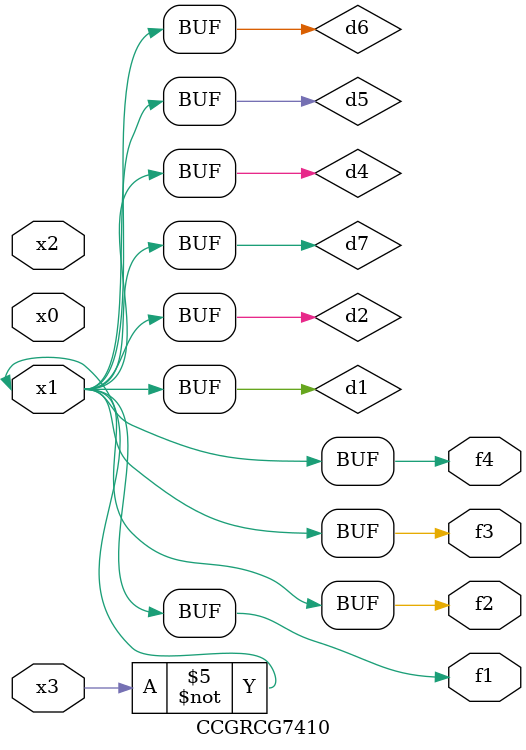
<source format=v>
module CCGRCG7410(
	input x0, x1, x2, x3,
	output f1, f2, f3, f4
);

	wire d1, d2, d3, d4, d5, d6, d7;

	not (d1, x3);
	buf (d2, x1);
	xnor (d3, d1, d2);
	nor (d4, d1);
	buf (d5, d1, d2);
	buf (d6, d4, d5);
	nand (d7, d4);
	assign f1 = d6;
	assign f2 = d7;
	assign f3 = d6;
	assign f4 = d6;
endmodule

</source>
